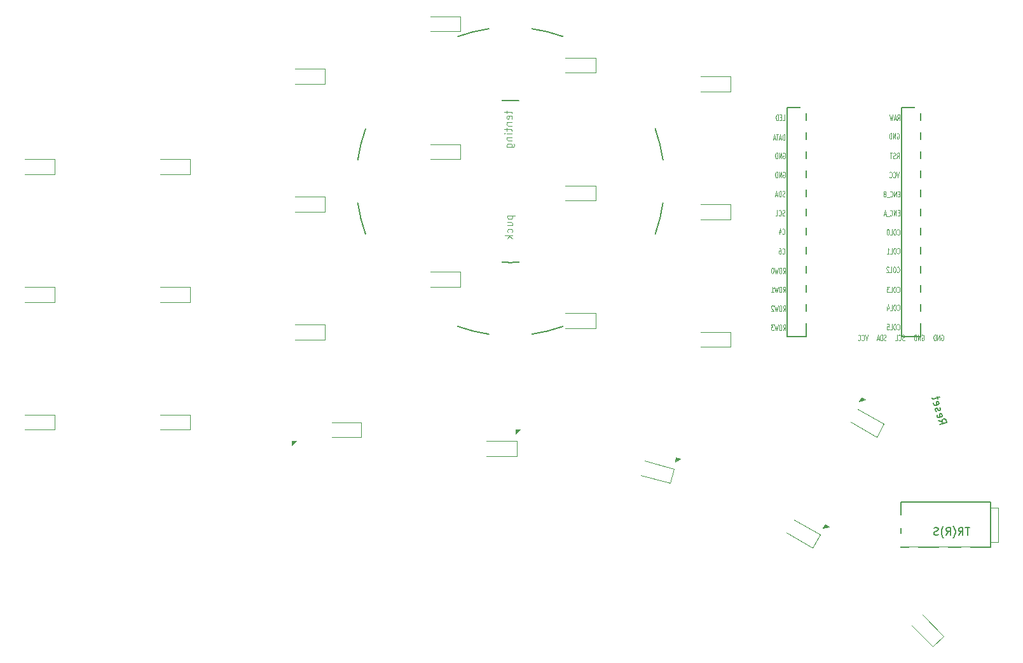
<source format=gbr>
%TF.GenerationSoftware,KiCad,Pcbnew,(5.1.10-1-10_14)*%
%TF.CreationDate,2021-09-20T15:17:19-07:00*%
%TF.ProjectId,redwood,72656477-6f6f-4642-9e6b-696361645f70,rev?*%
%TF.SameCoordinates,Original*%
%TF.FileFunction,Legend,Bot*%
%TF.FilePolarity,Positive*%
%FSLAX46Y46*%
G04 Gerber Fmt 4.6, Leading zero omitted, Abs format (unit mm)*
G04 Created by KiCad (PCBNEW (5.1.10-1-10_14)) date 2021-09-20 15:17:19*
%MOMM*%
%LPD*%
G01*
G04 APERTURE LIST*
%ADD10C,0.120000*%
%ADD11C,0.100000*%
%ADD12C,0.150000*%
%ADD13C,0.200000*%
%ADD14C,0.125000*%
%ADD15R,0.900000X1.200000*%
%ADD16C,0.800000*%
%ADD17C,2.000000*%
%ADD18R,3.200000X2.000000*%
%ADD19R,2.000000X2.000000*%
%ADD20C,1.700000*%
%ADD21C,3.400000*%
%ADD22R,1.700000X0.820000*%
%ADD23R,1.700000X1.700000*%
%ADD24O,1.700000X1.700000*%
%ADD25C,5.000000*%
%ADD26C,1.524000*%
%ADD27C,1.200000*%
%ADD28C,2.100000*%
%ADD29C,1.750000*%
%ADD30O,2.500000X1.700000*%
%ADD31C,4.400000*%
G04 APERTURE END LIST*
D10*
%TO.C,D6*%
X143150000Y-116000000D02*
X143150000Y-114000000D01*
X143150000Y-116000000D02*
X139250000Y-116000000D01*
X143150000Y-114000000D02*
X139250000Y-114000000D01*
%TO.C,K24*%
X219276922Y-143878076D02*
X216448495Y-141049649D01*
X220691136Y-142463862D02*
X217862709Y-139635435D01*
X219276922Y-143878076D02*
X220691136Y-142463862D01*
%TO.C,K23*%
X203263436Y-130693831D02*
X199799334Y-128693831D01*
X204263436Y-128961781D02*
X200799334Y-126961781D01*
X203263436Y-130693831D02*
X204263436Y-128961781D01*
%TO.C,K22*%
X184285793Y-122114151D02*
X180422089Y-121078874D01*
X184803431Y-120182299D02*
X180939727Y-119147023D01*
X184285793Y-122114151D02*
X184803431Y-120182299D01*
%TO.C,K21*%
X163850000Y-118500000D02*
X159850000Y-118500000D01*
X163850000Y-116500000D02*
X159850000Y-116500000D01*
X163850000Y-118500000D02*
X163850000Y-116500000D01*
%TO.C,K19*%
X211763436Y-115971399D02*
X208299334Y-113971399D01*
X212763436Y-114239349D02*
X209299334Y-112239349D01*
X211763436Y-115971399D02*
X212763436Y-114239349D01*
%TO.C,K18*%
X192350000Y-104000000D02*
X188350000Y-104000000D01*
X192350000Y-102000000D02*
X188350000Y-102000000D01*
X192350000Y-104000000D02*
X192350000Y-102000000D01*
%TO.C,K17*%
X174350000Y-101500000D02*
X170350000Y-101500000D01*
X174350000Y-99500000D02*
X170350000Y-99500000D01*
X174350000Y-101500000D02*
X174350000Y-99500000D01*
%TO.C,K16*%
X156350000Y-96000000D02*
X152350000Y-96000000D01*
X156350000Y-94000000D02*
X152350000Y-94000000D01*
X156350000Y-96000000D02*
X156350000Y-94000000D01*
%TO.C,K15*%
X138350000Y-103000000D02*
X134350000Y-103000000D01*
X138350000Y-101000000D02*
X134350000Y-101000000D01*
X138350000Y-103000000D02*
X138350000Y-101000000D01*
%TO.C,K14*%
X120350000Y-115000000D02*
X116350000Y-115000000D01*
X120350000Y-113000000D02*
X116350000Y-113000000D01*
X120350000Y-115000000D02*
X120350000Y-113000000D01*
%TO.C,K13*%
X102350000Y-115000000D02*
X98350000Y-115000000D01*
X102350000Y-113000000D02*
X98350000Y-113000000D01*
X102350000Y-115000000D02*
X102350000Y-113000000D01*
%TO.C,K12*%
X192350000Y-87000000D02*
X188350000Y-87000000D01*
X192350000Y-85000000D02*
X188350000Y-85000000D01*
X192350000Y-87000000D02*
X192350000Y-85000000D01*
%TO.C,K11*%
X174350000Y-84500000D02*
X170350000Y-84500000D01*
X174350000Y-82500000D02*
X170350000Y-82500000D01*
X174350000Y-84500000D02*
X174350000Y-82500000D01*
%TO.C,K10*%
X156350000Y-79000000D02*
X152350000Y-79000000D01*
X156350000Y-77000000D02*
X152350000Y-77000000D01*
X156350000Y-79000000D02*
X156350000Y-77000000D01*
%TO.C,K9*%
X138350000Y-86000000D02*
X134350000Y-86000000D01*
X138350000Y-84000000D02*
X134350000Y-84000000D01*
X138350000Y-86000000D02*
X138350000Y-84000000D01*
%TO.C,K8*%
X120350000Y-98000000D02*
X116350000Y-98000000D01*
X120350000Y-96000000D02*
X116350000Y-96000000D01*
X120350000Y-98000000D02*
X120350000Y-96000000D01*
%TO.C,K7*%
X102350000Y-98000000D02*
X98350000Y-98000000D01*
X102350000Y-96000000D02*
X98350000Y-96000000D01*
X102350000Y-98000000D02*
X102350000Y-96000000D01*
%TO.C,K6*%
X192350000Y-70000000D02*
X188350000Y-70000000D01*
X192350000Y-68000000D02*
X188350000Y-68000000D01*
X192350000Y-70000000D02*
X192350000Y-68000000D01*
%TO.C,K5*%
X174350000Y-67500000D02*
X170350000Y-67500000D01*
X174350000Y-65500000D02*
X170350000Y-65500000D01*
X174350000Y-67500000D02*
X174350000Y-65500000D01*
%TO.C,K4*%
X156350000Y-62000000D02*
X152350000Y-62000000D01*
X156350000Y-60000000D02*
X152350000Y-60000000D01*
X156350000Y-62000000D02*
X156350000Y-60000000D01*
%TO.C,K3*%
X138350000Y-69000000D02*
X134350000Y-69000000D01*
X138350000Y-67000000D02*
X134350000Y-67000000D01*
X138350000Y-69000000D02*
X138350000Y-67000000D01*
%TO.C,K2*%
X120350000Y-81000000D02*
X116350000Y-81000000D01*
X120350000Y-79000000D02*
X116350000Y-79000000D01*
X120350000Y-81000000D02*
X120350000Y-79000000D01*
%TO.C,K1*%
X102350000Y-81000000D02*
X98350000Y-81000000D01*
X102350000Y-79000000D02*
X98350000Y-79000000D01*
X102350000Y-81000000D02*
X102350000Y-79000000D01*
D11*
%TO.C,D5*%
G36*
X133930000Y-117110000D02*
G01*
X133930000Y-116510000D01*
X134530000Y-116510000D01*
X133930000Y-117110000D01*
G37*
X133930000Y-117110000D02*
X133930000Y-116510000D01*
X134530000Y-116510000D01*
X133930000Y-117110000D01*
%TO.C,D4*%
G36*
X163686067Y-115577196D02*
G01*
X163686067Y-114977196D01*
X164286067Y-114977196D01*
X163686067Y-115577196D01*
G37*
X163686067Y-115577196D02*
X163686067Y-114977196D01*
X164286067Y-114977196D01*
X163686067Y-115577196D01*
%TO.C,D3*%
G36*
X184921070Y-119294021D02*
G01*
X185076361Y-118714465D01*
X185655917Y-118869756D01*
X184921070Y-119294021D01*
G37*
X184921070Y-119294021D02*
X185076361Y-118714465D01*
X185655917Y-118869756D01*
X184921070Y-119294021D01*
%TO.C,D2*%
G36*
X204604674Y-128119930D02*
G01*
X204904674Y-127600315D01*
X205424289Y-127900315D01*
X204604674Y-128119930D01*
G37*
X204604674Y-128119930D02*
X204904674Y-127600315D01*
X205424289Y-127900315D01*
X204604674Y-128119930D01*
%TO.C,D1*%
G36*
X209426712Y-111244449D02*
G01*
X209726712Y-110724834D01*
X210246327Y-111024834D01*
X209426712Y-111244449D01*
G37*
X209426712Y-111244449D02*
X209726712Y-110724834D01*
X210246327Y-111024834D01*
X209426712Y-111244449D01*
D12*
%TO.C,U1*%
X199840000Y-102632000D02*
X199840000Y-72152000D01*
X202380000Y-102632000D02*
X199840000Y-102632000D01*
X202380000Y-72152000D02*
X202380000Y-102632000D01*
X199840000Y-72152000D02*
X202380000Y-72152000D01*
X215080000Y-102632000D02*
X215080000Y-72152000D01*
X217620000Y-102632000D02*
X215080000Y-102632000D01*
X217620000Y-72152000D02*
X217620000Y-102632000D01*
X215080000Y-72152000D02*
X217620000Y-72152000D01*
%TO.C,J2*%
X214980000Y-124610000D02*
X226980000Y-124610000D01*
X214980000Y-130610000D02*
X214980000Y-124610000D01*
X226980000Y-130610000D02*
X214980000Y-130610000D01*
X226980000Y-124610000D02*
X226980000Y-130610000D01*
D10*
X226980000Y-125360000D02*
X227980000Y-125360000D01*
X227980000Y-125360000D02*
X227980000Y-129960000D01*
X227980000Y-129960000D02*
X226980000Y-129960000D01*
D13*
%TO.C,H1*%
X161881615Y-92695864D02*
G75*
G03*
X163010000Y-92755000I1128385J10735864D01*
G01*
X161881615Y-71224136D02*
G75*
G02*
X163010000Y-71165000I1128385J-10735864D01*
G01*
X164138385Y-71224136D02*
G75*
G03*
X163010000Y-71165000I-1128385J-10735864D01*
G01*
X164138385Y-92695864D02*
G75*
G02*
X163010000Y-92755000I-1128385J10735864D01*
G01*
X143723865Y-74951956D02*
G75*
G03*
X142690000Y-79102500I19286135J-7008044D01*
G01*
X143723865Y-88968046D02*
G75*
G02*
X142690000Y-84817500I19286135J7008046D01*
G01*
X156001955Y-101246135D02*
G75*
G03*
X160152500Y-102280000I7008045J19286135D01*
G01*
X170018045Y-101246135D02*
G75*
G02*
X165867500Y-102280000I-7008045J19286135D01*
G01*
X182296134Y-88968048D02*
G75*
G03*
X183330000Y-84817500I-19286134J7008048D01*
G01*
X182296134Y-74951952D02*
G75*
G02*
X183330000Y-79102500I-19286134J-7008048D01*
G01*
X170018049Y-62673867D02*
G75*
G03*
X165867500Y-61640000I-7008049J-19286133D01*
G01*
X156001954Y-62673865D02*
G75*
G02*
X160152500Y-61640000I7008046J-19286135D01*
G01*
%TO.C,J1*%
D14*
X220405952Y-102405000D02*
X220453571Y-102369285D01*
X220525000Y-102369285D01*
X220596428Y-102405000D01*
X220644047Y-102476428D01*
X220667857Y-102547857D01*
X220691666Y-102690714D01*
X220691666Y-102797857D01*
X220667857Y-102940714D01*
X220644047Y-103012142D01*
X220596428Y-103083571D01*
X220525000Y-103119285D01*
X220477380Y-103119285D01*
X220405952Y-103083571D01*
X220382142Y-103047857D01*
X220382142Y-102797857D01*
X220477380Y-102797857D01*
X220167857Y-103119285D02*
X220167857Y-102369285D01*
X219882142Y-103119285D01*
X219882142Y-102369285D01*
X219644047Y-103119285D02*
X219644047Y-102369285D01*
X219525000Y-102369285D01*
X219453571Y-102405000D01*
X219405952Y-102476428D01*
X219382142Y-102547857D01*
X219358333Y-102690714D01*
X219358333Y-102797857D01*
X219382142Y-102940714D01*
X219405952Y-103012142D01*
X219453571Y-103083571D01*
X219525000Y-103119285D01*
X219644047Y-103119285D01*
X217803570Y-102405000D02*
X217851189Y-102369285D01*
X217922618Y-102369285D01*
X217994046Y-102405000D01*
X218041665Y-102476428D01*
X218065475Y-102547857D01*
X218089284Y-102690714D01*
X218089284Y-102797857D01*
X218065475Y-102940714D01*
X218041665Y-103012142D01*
X217994046Y-103083571D01*
X217922618Y-103119285D01*
X217874998Y-103119285D01*
X217803570Y-103083571D01*
X217779760Y-103047857D01*
X217779760Y-102797857D01*
X217874998Y-102797857D01*
X217565475Y-103119285D02*
X217565475Y-102369285D01*
X217279760Y-103119285D01*
X217279760Y-102369285D01*
X217041665Y-103119285D02*
X217041665Y-102369285D01*
X216922618Y-102369285D01*
X216851189Y-102405000D01*
X216803570Y-102476428D01*
X216779760Y-102547857D01*
X216755951Y-102690714D01*
X216755951Y-102797857D01*
X216779760Y-102940714D01*
X216803570Y-103012142D01*
X216851189Y-103083571D01*
X216922618Y-103119285D01*
X217041665Y-103119285D01*
X215486904Y-103083571D02*
X215415475Y-103119285D01*
X215296427Y-103119285D01*
X215248808Y-103083571D01*
X215224999Y-103047857D01*
X215201189Y-102976428D01*
X215201189Y-102905000D01*
X215224999Y-102833571D01*
X215248808Y-102797857D01*
X215296427Y-102762142D01*
X215391666Y-102726428D01*
X215439285Y-102690714D01*
X215463094Y-102655000D01*
X215486904Y-102583571D01*
X215486904Y-102512142D01*
X215463094Y-102440714D01*
X215439285Y-102405000D01*
X215391666Y-102369285D01*
X215272618Y-102369285D01*
X215201189Y-102405000D01*
X214701189Y-103047857D02*
X214724999Y-103083571D01*
X214796427Y-103119285D01*
X214844046Y-103119285D01*
X214915475Y-103083571D01*
X214963094Y-103012142D01*
X214986904Y-102940714D01*
X215010713Y-102797857D01*
X215010713Y-102690714D01*
X214986904Y-102547857D01*
X214963094Y-102476428D01*
X214915475Y-102405000D01*
X214844046Y-102369285D01*
X214796427Y-102369285D01*
X214724999Y-102405000D01*
X214701189Y-102440714D01*
X214248808Y-103119285D02*
X214486904Y-103119285D01*
X214486904Y-102369285D01*
X213027380Y-103083571D02*
X212955952Y-103119285D01*
X212836904Y-103119285D01*
X212789285Y-103083571D01*
X212765476Y-103047857D01*
X212741666Y-102976428D01*
X212741666Y-102905000D01*
X212765476Y-102833571D01*
X212789285Y-102797857D01*
X212836904Y-102762142D01*
X212932142Y-102726428D01*
X212979761Y-102690714D01*
X213003571Y-102655000D01*
X213027380Y-102583571D01*
X213027380Y-102512142D01*
X213003571Y-102440714D01*
X212979761Y-102405000D01*
X212932142Y-102369285D01*
X212813095Y-102369285D01*
X212741666Y-102405000D01*
X212527380Y-103119285D02*
X212527380Y-102369285D01*
X212408333Y-102369285D01*
X212336904Y-102405000D01*
X212289285Y-102476428D01*
X212265476Y-102547857D01*
X212241666Y-102690714D01*
X212241666Y-102797857D01*
X212265476Y-102940714D01*
X212289285Y-103012142D01*
X212336904Y-103083571D01*
X212408333Y-103119285D01*
X212527380Y-103119285D01*
X212051190Y-102905000D02*
X211813095Y-102905000D01*
X212098809Y-103119285D02*
X211932142Y-102369285D01*
X211765476Y-103119285D01*
X210591666Y-102369285D02*
X210425000Y-103119285D01*
X210258333Y-102369285D01*
X209805952Y-103047857D02*
X209829761Y-103083571D01*
X209901190Y-103119285D01*
X209948809Y-103119285D01*
X210020238Y-103083571D01*
X210067857Y-103012142D01*
X210091666Y-102940714D01*
X210115476Y-102797857D01*
X210115476Y-102690714D01*
X210091666Y-102547857D01*
X210067857Y-102476428D01*
X210020238Y-102405000D01*
X209948809Y-102369285D01*
X209901190Y-102369285D01*
X209829761Y-102405000D01*
X209805952Y-102440714D01*
X209305952Y-103047857D02*
X209329761Y-103083571D01*
X209401190Y-103119285D01*
X209448809Y-103119285D01*
X209520238Y-103083571D01*
X209567857Y-103012142D01*
X209591666Y-102940714D01*
X209615476Y-102797857D01*
X209615476Y-102690714D01*
X209591666Y-102547857D01*
X209567857Y-102476428D01*
X209520238Y-102405000D01*
X209448809Y-102369285D01*
X209401190Y-102369285D01*
X209329761Y-102405000D01*
X209305952Y-102440714D01*
%TO.C,U1*%
D12*
D14*
X199233333Y-91533357D02*
X199257142Y-91569071D01*
X199328571Y-91604785D01*
X199376190Y-91604785D01*
X199447619Y-91569071D01*
X199495238Y-91497642D01*
X199519047Y-91426214D01*
X199542857Y-91283357D01*
X199542857Y-91176214D01*
X199519047Y-91033357D01*
X199495238Y-90961928D01*
X199447619Y-90890500D01*
X199376190Y-90854785D01*
X199328571Y-90854785D01*
X199257142Y-90890500D01*
X199233333Y-90926214D01*
X198804761Y-90854785D02*
X198900000Y-90854785D01*
X198947619Y-90890500D01*
X198971428Y-90926214D01*
X199019047Y-91033357D01*
X199042857Y-91176214D01*
X199042857Y-91461928D01*
X199019047Y-91533357D01*
X198995238Y-91569071D01*
X198947619Y-91604785D01*
X198852380Y-91604785D01*
X198804761Y-91569071D01*
X198780952Y-91533357D01*
X198757142Y-91461928D01*
X198757142Y-91283357D01*
X198780952Y-91211928D01*
X198804761Y-91176214D01*
X198852380Y-91140500D01*
X198947619Y-91140500D01*
X198995238Y-91176214D01*
X199019047Y-91211928D01*
X199042857Y-91283357D01*
X214497619Y-94009857D02*
X214521428Y-94045571D01*
X214592857Y-94081285D01*
X214640476Y-94081285D01*
X214711904Y-94045571D01*
X214759523Y-93974142D01*
X214783333Y-93902714D01*
X214807142Y-93759857D01*
X214807142Y-93652714D01*
X214783333Y-93509857D01*
X214759523Y-93438428D01*
X214711904Y-93367000D01*
X214640476Y-93331285D01*
X214592857Y-93331285D01*
X214521428Y-93367000D01*
X214497619Y-93402714D01*
X214188095Y-93331285D02*
X214092857Y-93331285D01*
X214045238Y-93367000D01*
X213997619Y-93438428D01*
X213973809Y-93581285D01*
X213973809Y-93831285D01*
X213997619Y-93974142D01*
X214045238Y-94045571D01*
X214092857Y-94081285D01*
X214188095Y-94081285D01*
X214235714Y-94045571D01*
X214283333Y-93974142D01*
X214307142Y-93831285D01*
X214307142Y-93581285D01*
X214283333Y-93438428D01*
X214235714Y-93367000D01*
X214188095Y-93331285D01*
X213521428Y-94081285D02*
X213759523Y-94081285D01*
X213759523Y-93331285D01*
X213378571Y-93402714D02*
X213354761Y-93367000D01*
X213307142Y-93331285D01*
X213188095Y-93331285D01*
X213140476Y-93367000D01*
X213116666Y-93402714D01*
X213092857Y-93474142D01*
X213092857Y-93545571D01*
X213116666Y-93652714D01*
X213402380Y-94081285D01*
X213092857Y-94081285D01*
X199330952Y-94208285D02*
X199497619Y-93851142D01*
X199616666Y-94208285D02*
X199616666Y-93458285D01*
X199426190Y-93458285D01*
X199378571Y-93494000D01*
X199354761Y-93529714D01*
X199330952Y-93601142D01*
X199330952Y-93708285D01*
X199354761Y-93779714D01*
X199378571Y-93815428D01*
X199426190Y-93851142D01*
X199616666Y-93851142D01*
X199021428Y-93458285D02*
X198926190Y-93458285D01*
X198878571Y-93494000D01*
X198830952Y-93565428D01*
X198807142Y-93708285D01*
X198807142Y-93958285D01*
X198830952Y-94101142D01*
X198878571Y-94172571D01*
X198926190Y-94208285D01*
X199021428Y-94208285D01*
X199069047Y-94172571D01*
X199116666Y-94101142D01*
X199140476Y-93958285D01*
X199140476Y-93708285D01*
X199116666Y-93565428D01*
X199069047Y-93494000D01*
X199021428Y-93458285D01*
X198640476Y-93458285D02*
X198521428Y-94208285D01*
X198426190Y-93672571D01*
X198330952Y-94208285D01*
X198211904Y-93458285D01*
X197926190Y-93458285D02*
X197878571Y-93458285D01*
X197830952Y-93494000D01*
X197807142Y-93529714D01*
X197783333Y-93601142D01*
X197759523Y-93744000D01*
X197759523Y-93922571D01*
X197783333Y-94065428D01*
X197807142Y-94136857D01*
X197830952Y-94172571D01*
X197878571Y-94208285D01*
X197926190Y-94208285D01*
X197973809Y-94172571D01*
X197997619Y-94136857D01*
X198021428Y-94065428D01*
X198045238Y-93922571D01*
X198045238Y-93744000D01*
X198021428Y-93601142D01*
X197997619Y-93529714D01*
X197973809Y-93494000D01*
X197926190Y-93458285D01*
X214547619Y-96647857D02*
X214571428Y-96683571D01*
X214642857Y-96719285D01*
X214690476Y-96719285D01*
X214761904Y-96683571D01*
X214809523Y-96612142D01*
X214833333Y-96540714D01*
X214857142Y-96397857D01*
X214857142Y-96290714D01*
X214833333Y-96147857D01*
X214809523Y-96076428D01*
X214761904Y-96005000D01*
X214690476Y-95969285D01*
X214642857Y-95969285D01*
X214571428Y-96005000D01*
X214547619Y-96040714D01*
X214238095Y-95969285D02*
X214142857Y-95969285D01*
X214095238Y-96005000D01*
X214047619Y-96076428D01*
X214023809Y-96219285D01*
X214023809Y-96469285D01*
X214047619Y-96612142D01*
X214095238Y-96683571D01*
X214142857Y-96719285D01*
X214238095Y-96719285D01*
X214285714Y-96683571D01*
X214333333Y-96612142D01*
X214357142Y-96469285D01*
X214357142Y-96219285D01*
X214333333Y-96076428D01*
X214285714Y-96005000D01*
X214238095Y-95969285D01*
X213571428Y-96719285D02*
X213809523Y-96719285D01*
X213809523Y-95969285D01*
X213452380Y-95969285D02*
X213142857Y-95969285D01*
X213309523Y-96255000D01*
X213238095Y-96255000D01*
X213190476Y-96290714D01*
X213166666Y-96326428D01*
X213142857Y-96397857D01*
X213142857Y-96576428D01*
X213166666Y-96647857D01*
X213190476Y-96683571D01*
X213238095Y-96719285D01*
X213380952Y-96719285D01*
X213428571Y-96683571D01*
X213452380Y-96647857D01*
X199330952Y-96719285D02*
X199497619Y-96362142D01*
X199616666Y-96719285D02*
X199616666Y-95969285D01*
X199426190Y-95969285D01*
X199378571Y-96005000D01*
X199354761Y-96040714D01*
X199330952Y-96112142D01*
X199330952Y-96219285D01*
X199354761Y-96290714D01*
X199378571Y-96326428D01*
X199426190Y-96362142D01*
X199616666Y-96362142D01*
X199021428Y-95969285D02*
X198926190Y-95969285D01*
X198878571Y-96005000D01*
X198830952Y-96076428D01*
X198807142Y-96219285D01*
X198807142Y-96469285D01*
X198830952Y-96612142D01*
X198878571Y-96683571D01*
X198926190Y-96719285D01*
X199021428Y-96719285D01*
X199069047Y-96683571D01*
X199116666Y-96612142D01*
X199140476Y-96469285D01*
X199140476Y-96219285D01*
X199116666Y-96076428D01*
X199069047Y-96005000D01*
X199021428Y-95969285D01*
X198640476Y-95969285D02*
X198521428Y-96719285D01*
X198426190Y-96183571D01*
X198330952Y-96719285D01*
X198211904Y-95969285D01*
X197759523Y-96719285D02*
X198045238Y-96719285D01*
X197902380Y-96719285D02*
X197902380Y-95969285D01*
X197950000Y-96076428D01*
X197997619Y-96147857D01*
X198045238Y-96183571D01*
X214547619Y-99026357D02*
X214571428Y-99062071D01*
X214642857Y-99097785D01*
X214690476Y-99097785D01*
X214761904Y-99062071D01*
X214809523Y-98990642D01*
X214833333Y-98919214D01*
X214857142Y-98776357D01*
X214857142Y-98669214D01*
X214833333Y-98526357D01*
X214809523Y-98454928D01*
X214761904Y-98383500D01*
X214690476Y-98347785D01*
X214642857Y-98347785D01*
X214571428Y-98383500D01*
X214547619Y-98419214D01*
X214238095Y-98347785D02*
X214142857Y-98347785D01*
X214095238Y-98383500D01*
X214047619Y-98454928D01*
X214023809Y-98597785D01*
X214023809Y-98847785D01*
X214047619Y-98990642D01*
X214095238Y-99062071D01*
X214142857Y-99097785D01*
X214238095Y-99097785D01*
X214285714Y-99062071D01*
X214333333Y-98990642D01*
X214357142Y-98847785D01*
X214357142Y-98597785D01*
X214333333Y-98454928D01*
X214285714Y-98383500D01*
X214238095Y-98347785D01*
X213571428Y-99097785D02*
X213809523Y-99097785D01*
X213809523Y-98347785D01*
X213190476Y-98597785D02*
X213190476Y-99097785D01*
X213309523Y-98312071D02*
X213428571Y-98847785D01*
X213119047Y-98847785D01*
X199330952Y-99224785D02*
X199497619Y-98867642D01*
X199616666Y-99224785D02*
X199616666Y-98474785D01*
X199426190Y-98474785D01*
X199378571Y-98510500D01*
X199354761Y-98546214D01*
X199330952Y-98617642D01*
X199330952Y-98724785D01*
X199354761Y-98796214D01*
X199378571Y-98831928D01*
X199426190Y-98867642D01*
X199616666Y-98867642D01*
X199021428Y-98474785D02*
X198926190Y-98474785D01*
X198878571Y-98510500D01*
X198830952Y-98581928D01*
X198807142Y-98724785D01*
X198807142Y-98974785D01*
X198830952Y-99117642D01*
X198878571Y-99189071D01*
X198926190Y-99224785D01*
X199021428Y-99224785D01*
X199069047Y-99189071D01*
X199116666Y-99117642D01*
X199140476Y-98974785D01*
X199140476Y-98724785D01*
X199116666Y-98581928D01*
X199069047Y-98510500D01*
X199021428Y-98474785D01*
X198640476Y-98474785D02*
X198521428Y-99224785D01*
X198426190Y-98689071D01*
X198330952Y-99224785D01*
X198211904Y-98474785D01*
X198045238Y-98546214D02*
X198021428Y-98510500D01*
X197973809Y-98474785D01*
X197854761Y-98474785D01*
X197807142Y-98510500D01*
X197783333Y-98546214D01*
X197759523Y-98617642D01*
X197759523Y-98689071D01*
X197783333Y-98796214D01*
X198069047Y-99224785D01*
X197759523Y-99224785D01*
X199330952Y-101764785D02*
X199497619Y-101407642D01*
X199616666Y-101764785D02*
X199616666Y-101014785D01*
X199426190Y-101014785D01*
X199378571Y-101050500D01*
X199354761Y-101086214D01*
X199330952Y-101157642D01*
X199330952Y-101264785D01*
X199354761Y-101336214D01*
X199378571Y-101371928D01*
X199426190Y-101407642D01*
X199616666Y-101407642D01*
X199021428Y-101014785D02*
X198926190Y-101014785D01*
X198878571Y-101050500D01*
X198830952Y-101121928D01*
X198807142Y-101264785D01*
X198807142Y-101514785D01*
X198830952Y-101657642D01*
X198878571Y-101729071D01*
X198926190Y-101764785D01*
X199021428Y-101764785D01*
X199069047Y-101729071D01*
X199116666Y-101657642D01*
X199140476Y-101514785D01*
X199140476Y-101264785D01*
X199116666Y-101121928D01*
X199069047Y-101050500D01*
X199021428Y-101014785D01*
X198640476Y-101014785D02*
X198521428Y-101764785D01*
X198426190Y-101229071D01*
X198330952Y-101764785D01*
X198211904Y-101014785D01*
X198069047Y-101014785D02*
X197759523Y-101014785D01*
X197926190Y-101300500D01*
X197854761Y-101300500D01*
X197807142Y-101336214D01*
X197783333Y-101371928D01*
X197759523Y-101443357D01*
X197759523Y-101621928D01*
X197783333Y-101693357D01*
X197807142Y-101729071D01*
X197854761Y-101764785D01*
X197997619Y-101764785D01*
X198045238Y-101729071D01*
X198069047Y-101693357D01*
X214547619Y-101629857D02*
X214571428Y-101665571D01*
X214642857Y-101701285D01*
X214690476Y-101701285D01*
X214761904Y-101665571D01*
X214809523Y-101594142D01*
X214833333Y-101522714D01*
X214857142Y-101379857D01*
X214857142Y-101272714D01*
X214833333Y-101129857D01*
X214809523Y-101058428D01*
X214761904Y-100987000D01*
X214690476Y-100951285D01*
X214642857Y-100951285D01*
X214571428Y-100987000D01*
X214547619Y-101022714D01*
X214238095Y-100951285D02*
X214142857Y-100951285D01*
X214095238Y-100987000D01*
X214047619Y-101058428D01*
X214023809Y-101201285D01*
X214023809Y-101451285D01*
X214047619Y-101594142D01*
X214095238Y-101665571D01*
X214142857Y-101701285D01*
X214238095Y-101701285D01*
X214285714Y-101665571D01*
X214333333Y-101594142D01*
X214357142Y-101451285D01*
X214357142Y-101201285D01*
X214333333Y-101058428D01*
X214285714Y-100987000D01*
X214238095Y-100951285D01*
X213571428Y-101701285D02*
X213809523Y-101701285D01*
X213809523Y-100951285D01*
X213166666Y-100951285D02*
X213404761Y-100951285D01*
X213428571Y-101308428D01*
X213404761Y-101272714D01*
X213357142Y-101237000D01*
X213238095Y-101237000D01*
X213190476Y-101272714D01*
X213166666Y-101308428D01*
X213142857Y-101379857D01*
X213142857Y-101558428D01*
X213166666Y-101629857D01*
X213190476Y-101665571D01*
X213238095Y-101701285D01*
X213357142Y-101701285D01*
X213404761Y-101665571D01*
X213428571Y-101629857D01*
X214859523Y-83626428D02*
X214692857Y-83626428D01*
X214621428Y-84019285D02*
X214859523Y-84019285D01*
X214859523Y-83269285D01*
X214621428Y-83269285D01*
X214407142Y-84019285D02*
X214407142Y-83269285D01*
X214121428Y-84019285D01*
X214121428Y-83269285D01*
X213597619Y-83947857D02*
X213621428Y-83983571D01*
X213692857Y-84019285D01*
X213740476Y-84019285D01*
X213811904Y-83983571D01*
X213859523Y-83912142D01*
X213883333Y-83840714D01*
X213907142Y-83697857D01*
X213907142Y-83590714D01*
X213883333Y-83447857D01*
X213859523Y-83376428D01*
X213811904Y-83305000D01*
X213740476Y-83269285D01*
X213692857Y-83269285D01*
X213621428Y-83305000D01*
X213597619Y-83340714D01*
X213502380Y-84090714D02*
X213121428Y-84090714D01*
X212835714Y-83626428D02*
X212764285Y-83662142D01*
X212740476Y-83697857D01*
X212716666Y-83769285D01*
X212716666Y-83876428D01*
X212740476Y-83947857D01*
X212764285Y-83983571D01*
X212811904Y-84019285D01*
X213002380Y-84019285D01*
X213002380Y-83269285D01*
X212835714Y-83269285D01*
X212788095Y-83305000D01*
X212764285Y-83340714D01*
X212740476Y-83412142D01*
X212740476Y-83483571D01*
X212764285Y-83555000D01*
X212788095Y-83590714D01*
X212835714Y-83626428D01*
X213002380Y-83626428D01*
X199558142Y-83949071D02*
X199486714Y-83984785D01*
X199367666Y-83984785D01*
X199320047Y-83949071D01*
X199296238Y-83913357D01*
X199272428Y-83841928D01*
X199272428Y-83770500D01*
X199296238Y-83699071D01*
X199320047Y-83663357D01*
X199367666Y-83627642D01*
X199462904Y-83591928D01*
X199510523Y-83556214D01*
X199534333Y-83520500D01*
X199558142Y-83449071D01*
X199558142Y-83377642D01*
X199534333Y-83306214D01*
X199510523Y-83270500D01*
X199462904Y-83234785D01*
X199343857Y-83234785D01*
X199272428Y-83270500D01*
X199058142Y-83984785D02*
X199058142Y-83234785D01*
X198939095Y-83234785D01*
X198867666Y-83270500D01*
X198820047Y-83341928D01*
X198796238Y-83413357D01*
X198772428Y-83556214D01*
X198772428Y-83663357D01*
X198796238Y-83806214D01*
X198820047Y-83877642D01*
X198867666Y-83949071D01*
X198939095Y-83984785D01*
X199058142Y-83984785D01*
X198581952Y-83770500D02*
X198343857Y-83770500D01*
X198629571Y-83984785D02*
X198462904Y-83234785D01*
X198296238Y-83984785D01*
X214823809Y-86131928D02*
X214657142Y-86131928D01*
X214585714Y-86524785D02*
X214823809Y-86524785D01*
X214823809Y-85774785D01*
X214585714Y-85774785D01*
X214371428Y-86524785D02*
X214371428Y-85774785D01*
X214085714Y-86524785D01*
X214085714Y-85774785D01*
X213561904Y-86453357D02*
X213585714Y-86489071D01*
X213657142Y-86524785D01*
X213704761Y-86524785D01*
X213776190Y-86489071D01*
X213823809Y-86417642D01*
X213847619Y-86346214D01*
X213871428Y-86203357D01*
X213871428Y-86096214D01*
X213847619Y-85953357D01*
X213823809Y-85881928D01*
X213776190Y-85810500D01*
X213704761Y-85774785D01*
X213657142Y-85774785D01*
X213585714Y-85810500D01*
X213561904Y-85846214D01*
X213466666Y-86596214D02*
X213085714Y-86596214D01*
X212990476Y-86310500D02*
X212752380Y-86310500D01*
X213038095Y-86524785D02*
X212871428Y-85774785D01*
X212704761Y-86524785D01*
X199546238Y-86489071D02*
X199474809Y-86524785D01*
X199355761Y-86524785D01*
X199308142Y-86489071D01*
X199284333Y-86453357D01*
X199260523Y-86381928D01*
X199260523Y-86310500D01*
X199284333Y-86239071D01*
X199308142Y-86203357D01*
X199355761Y-86167642D01*
X199451000Y-86131928D01*
X199498619Y-86096214D01*
X199522428Y-86060500D01*
X199546238Y-85989071D01*
X199546238Y-85917642D01*
X199522428Y-85846214D01*
X199498619Y-85810500D01*
X199451000Y-85774785D01*
X199331952Y-85774785D01*
X199260523Y-85810500D01*
X198760523Y-86453357D02*
X198784333Y-86489071D01*
X198855761Y-86524785D01*
X198903380Y-86524785D01*
X198974809Y-86489071D01*
X199022428Y-86417642D01*
X199046238Y-86346214D01*
X199070047Y-86203357D01*
X199070047Y-86096214D01*
X199046238Y-85953357D01*
X199022428Y-85881928D01*
X198974809Y-85810500D01*
X198903380Y-85774785D01*
X198855761Y-85774785D01*
X198784333Y-85810500D01*
X198760523Y-85846214D01*
X198308142Y-86524785D02*
X198546238Y-86524785D01*
X198546238Y-85774785D01*
X214547619Y-88997857D02*
X214571428Y-89033571D01*
X214642857Y-89069285D01*
X214690476Y-89069285D01*
X214761904Y-89033571D01*
X214809523Y-88962142D01*
X214833333Y-88890714D01*
X214857142Y-88747857D01*
X214857142Y-88640714D01*
X214833333Y-88497857D01*
X214809523Y-88426428D01*
X214761904Y-88355000D01*
X214690476Y-88319285D01*
X214642857Y-88319285D01*
X214571428Y-88355000D01*
X214547619Y-88390714D01*
X214238095Y-88319285D02*
X214142857Y-88319285D01*
X214095238Y-88355000D01*
X214047619Y-88426428D01*
X214023809Y-88569285D01*
X214023809Y-88819285D01*
X214047619Y-88962142D01*
X214095238Y-89033571D01*
X214142857Y-89069285D01*
X214238095Y-89069285D01*
X214285714Y-89033571D01*
X214333333Y-88962142D01*
X214357142Y-88819285D01*
X214357142Y-88569285D01*
X214333333Y-88426428D01*
X214285714Y-88355000D01*
X214238095Y-88319285D01*
X213571428Y-89069285D02*
X213809523Y-89069285D01*
X213809523Y-88319285D01*
X213309523Y-88319285D02*
X213261904Y-88319285D01*
X213214285Y-88355000D01*
X213190476Y-88390714D01*
X213166666Y-88462142D01*
X213142857Y-88605000D01*
X213142857Y-88783571D01*
X213166666Y-88926428D01*
X213190476Y-88997857D01*
X213214285Y-89033571D01*
X213261904Y-89069285D01*
X213309523Y-89069285D01*
X213357142Y-89033571D01*
X213380952Y-88997857D01*
X213404761Y-88926428D01*
X213428571Y-88783571D01*
X213428571Y-88605000D01*
X213404761Y-88462142D01*
X213380952Y-88390714D01*
X213357142Y-88355000D01*
X213309523Y-88319285D01*
X199233333Y-88929857D02*
X199257142Y-88965571D01*
X199328571Y-89001285D01*
X199376190Y-89001285D01*
X199447619Y-88965571D01*
X199495238Y-88894142D01*
X199519047Y-88822714D01*
X199542857Y-88679857D01*
X199542857Y-88572714D01*
X199519047Y-88429857D01*
X199495238Y-88358428D01*
X199447619Y-88287000D01*
X199376190Y-88251285D01*
X199328571Y-88251285D01*
X199257142Y-88287000D01*
X199233333Y-88322714D01*
X198804761Y-88501285D02*
X198804761Y-89001285D01*
X198923809Y-88215571D02*
X199042857Y-88751285D01*
X198733333Y-88751285D01*
X214547619Y-91497857D02*
X214571428Y-91533571D01*
X214642857Y-91569285D01*
X214690476Y-91569285D01*
X214761904Y-91533571D01*
X214809523Y-91462142D01*
X214833333Y-91390714D01*
X214857142Y-91247857D01*
X214857142Y-91140714D01*
X214833333Y-90997857D01*
X214809523Y-90926428D01*
X214761904Y-90855000D01*
X214690476Y-90819285D01*
X214642857Y-90819285D01*
X214571428Y-90855000D01*
X214547619Y-90890714D01*
X214238095Y-90819285D02*
X214142857Y-90819285D01*
X214095238Y-90855000D01*
X214047619Y-90926428D01*
X214023809Y-91069285D01*
X214023809Y-91319285D01*
X214047619Y-91462142D01*
X214095238Y-91533571D01*
X214142857Y-91569285D01*
X214238095Y-91569285D01*
X214285714Y-91533571D01*
X214333333Y-91462142D01*
X214357142Y-91319285D01*
X214357142Y-91069285D01*
X214333333Y-90926428D01*
X214285714Y-90855000D01*
X214238095Y-90819285D01*
X213571428Y-91569285D02*
X213809523Y-91569285D01*
X213809523Y-90819285D01*
X213142857Y-91569285D02*
X213428571Y-91569285D01*
X213285714Y-91569285D02*
X213285714Y-90819285D01*
X213333333Y-90926428D01*
X213380952Y-90997857D01*
X213428571Y-91033571D01*
X199331952Y-80730500D02*
X199379571Y-80694785D01*
X199451000Y-80694785D01*
X199522428Y-80730500D01*
X199570047Y-80801928D01*
X199593857Y-80873357D01*
X199617666Y-81016214D01*
X199617666Y-81123357D01*
X199593857Y-81266214D01*
X199570047Y-81337642D01*
X199522428Y-81409071D01*
X199451000Y-81444785D01*
X199403380Y-81444785D01*
X199331952Y-81409071D01*
X199308142Y-81373357D01*
X199308142Y-81123357D01*
X199403380Y-81123357D01*
X199093857Y-81444785D02*
X199093857Y-80694785D01*
X198808142Y-81444785D01*
X198808142Y-80694785D01*
X198570047Y-81444785D02*
X198570047Y-80694785D01*
X198451000Y-80694785D01*
X198379571Y-80730500D01*
X198331952Y-80801928D01*
X198308142Y-80873357D01*
X198284333Y-81016214D01*
X198284333Y-81123357D01*
X198308142Y-81266214D01*
X198331952Y-81337642D01*
X198379571Y-81409071D01*
X198451000Y-81444785D01*
X198570047Y-81444785D01*
X214794166Y-80694785D02*
X214627500Y-81444785D01*
X214460833Y-80694785D01*
X214008452Y-81373357D02*
X214032261Y-81409071D01*
X214103690Y-81444785D01*
X214151309Y-81444785D01*
X214222738Y-81409071D01*
X214270357Y-81337642D01*
X214294166Y-81266214D01*
X214317976Y-81123357D01*
X214317976Y-81016214D01*
X214294166Y-80873357D01*
X214270357Y-80801928D01*
X214222738Y-80730500D01*
X214151309Y-80694785D01*
X214103690Y-80694785D01*
X214032261Y-80730500D01*
X214008452Y-80766214D01*
X213508452Y-81373357D02*
X213532261Y-81409071D01*
X213603690Y-81444785D01*
X213651309Y-81444785D01*
X213722738Y-81409071D01*
X213770357Y-81337642D01*
X213794166Y-81266214D01*
X213817976Y-81123357D01*
X213817976Y-81016214D01*
X213794166Y-80873357D01*
X213770357Y-80801928D01*
X213722738Y-80730500D01*
X213651309Y-80694785D01*
X213603690Y-80694785D01*
X213532261Y-80730500D01*
X213508452Y-80766214D01*
X199331952Y-78190500D02*
X199379571Y-78154785D01*
X199451000Y-78154785D01*
X199522428Y-78190500D01*
X199570047Y-78261928D01*
X199593857Y-78333357D01*
X199617666Y-78476214D01*
X199617666Y-78583357D01*
X199593857Y-78726214D01*
X199570047Y-78797642D01*
X199522428Y-78869071D01*
X199451000Y-78904785D01*
X199403380Y-78904785D01*
X199331952Y-78869071D01*
X199308142Y-78833357D01*
X199308142Y-78583357D01*
X199403380Y-78583357D01*
X199093857Y-78904785D02*
X199093857Y-78154785D01*
X198808142Y-78904785D01*
X198808142Y-78154785D01*
X198570047Y-78904785D02*
X198570047Y-78154785D01*
X198451000Y-78154785D01*
X198379571Y-78190500D01*
X198331952Y-78261928D01*
X198308142Y-78333357D01*
X198284333Y-78476214D01*
X198284333Y-78583357D01*
X198308142Y-78726214D01*
X198331952Y-78797642D01*
X198379571Y-78869071D01*
X198451000Y-78904785D01*
X198570047Y-78904785D01*
X214464809Y-78904785D02*
X214631476Y-78547642D01*
X214750523Y-78904785D02*
X214750523Y-78154785D01*
X214560047Y-78154785D01*
X214512428Y-78190500D01*
X214488619Y-78226214D01*
X214464809Y-78297642D01*
X214464809Y-78404785D01*
X214488619Y-78476214D01*
X214512428Y-78511928D01*
X214560047Y-78547642D01*
X214750523Y-78547642D01*
X214274333Y-78869071D02*
X214202904Y-78904785D01*
X214083857Y-78904785D01*
X214036238Y-78869071D01*
X214012428Y-78833357D01*
X213988619Y-78761928D01*
X213988619Y-78690500D01*
X214012428Y-78619071D01*
X214036238Y-78583357D01*
X214083857Y-78547642D01*
X214179095Y-78511928D01*
X214226714Y-78476214D01*
X214250523Y-78440500D01*
X214274333Y-78369071D01*
X214274333Y-78297642D01*
X214250523Y-78226214D01*
X214226714Y-78190500D01*
X214179095Y-78154785D01*
X214060047Y-78154785D01*
X213988619Y-78190500D01*
X213845761Y-78154785D02*
X213560047Y-78154785D01*
X213702904Y-78904785D02*
X213702904Y-78154785D01*
X199550000Y-76469285D02*
X199550000Y-75719285D01*
X199430952Y-75719285D01*
X199359523Y-75755000D01*
X199311904Y-75826428D01*
X199288095Y-75897857D01*
X199264285Y-76040714D01*
X199264285Y-76147857D01*
X199288095Y-76290714D01*
X199311904Y-76362142D01*
X199359523Y-76433571D01*
X199430952Y-76469285D01*
X199550000Y-76469285D01*
X199073809Y-76255000D02*
X198835714Y-76255000D01*
X199121428Y-76469285D02*
X198954761Y-75719285D01*
X198788095Y-76469285D01*
X198692857Y-75719285D02*
X198407142Y-75719285D01*
X198550000Y-76469285D02*
X198550000Y-75719285D01*
X198264285Y-76255000D02*
X198026190Y-76255000D01*
X198311904Y-76469285D02*
X198145238Y-75719285D01*
X197978571Y-76469285D01*
X214508452Y-75587000D02*
X214556071Y-75551285D01*
X214627500Y-75551285D01*
X214698928Y-75587000D01*
X214746547Y-75658428D01*
X214770357Y-75729857D01*
X214794166Y-75872714D01*
X214794166Y-75979857D01*
X214770357Y-76122714D01*
X214746547Y-76194142D01*
X214698928Y-76265571D01*
X214627500Y-76301285D01*
X214579880Y-76301285D01*
X214508452Y-76265571D01*
X214484642Y-76229857D01*
X214484642Y-75979857D01*
X214579880Y-75979857D01*
X214270357Y-76301285D02*
X214270357Y-75551285D01*
X213984642Y-76301285D01*
X213984642Y-75551285D01*
X213746547Y-76301285D02*
X213746547Y-75551285D01*
X213627500Y-75551285D01*
X213556071Y-75587000D01*
X213508452Y-75658428D01*
X213484642Y-75729857D01*
X213460833Y-75872714D01*
X213460833Y-75979857D01*
X213484642Y-76122714D01*
X213508452Y-76194142D01*
X213556071Y-76265571D01*
X213627500Y-76301285D01*
X213746547Y-76301285D01*
X199272428Y-73824785D02*
X199510523Y-73824785D01*
X199510523Y-73074785D01*
X199105761Y-73431928D02*
X198939095Y-73431928D01*
X198867666Y-73824785D02*
X199105761Y-73824785D01*
X199105761Y-73074785D01*
X198867666Y-73074785D01*
X198653380Y-73824785D02*
X198653380Y-73074785D01*
X198534333Y-73074785D01*
X198462904Y-73110500D01*
X198415285Y-73181928D01*
X198391476Y-73253357D01*
X198367666Y-73396214D01*
X198367666Y-73503357D01*
X198391476Y-73646214D01*
X198415285Y-73717642D01*
X198462904Y-73789071D01*
X198534333Y-73824785D01*
X198653380Y-73824785D01*
X214536238Y-73824785D02*
X214702904Y-73467642D01*
X214821952Y-73824785D02*
X214821952Y-73074785D01*
X214631476Y-73074785D01*
X214583857Y-73110500D01*
X214560047Y-73146214D01*
X214536238Y-73217642D01*
X214536238Y-73324785D01*
X214560047Y-73396214D01*
X214583857Y-73431928D01*
X214631476Y-73467642D01*
X214821952Y-73467642D01*
X214345761Y-73610500D02*
X214107666Y-73610500D01*
X214393380Y-73824785D02*
X214226714Y-73074785D01*
X214060047Y-73824785D01*
X213941000Y-73074785D02*
X213821952Y-73824785D01*
X213726714Y-73289071D01*
X213631476Y-73824785D01*
X213512428Y-73074785D01*
%TO.C,SW1*%
D12*
X219994003Y-113777852D02*
X220540240Y-113976581D01*
X220141899Y-114329810D02*
X221107825Y-114070991D01*
X221009227Y-113703019D01*
X220938581Y-113623351D01*
X220880260Y-113589679D01*
X220775943Y-113568332D01*
X220637953Y-113605306D01*
X220558285Y-113675952D01*
X220524613Y-113734274D01*
X220503266Y-113838591D01*
X220601864Y-114206563D01*
X219830479Y-112983588D02*
X219809132Y-113087905D01*
X219858431Y-113271891D01*
X219929077Y-113351560D01*
X220033394Y-113372907D01*
X220401366Y-113274309D01*
X220481034Y-113203663D01*
X220502381Y-113099345D01*
X220453082Y-112915359D01*
X220382437Y-112835691D01*
X220278119Y-112814344D01*
X220186126Y-112838994D01*
X220217380Y-113323608D01*
X219719557Y-112569620D02*
X219648911Y-112489951D01*
X219599612Y-112305965D01*
X219620959Y-112201648D01*
X219700627Y-112131002D01*
X219746623Y-112118677D01*
X219850941Y-112140024D01*
X219921587Y-112219692D01*
X219958561Y-112357682D01*
X220029207Y-112437350D01*
X220133525Y-112458697D01*
X220179521Y-112446372D01*
X220259189Y-112375727D01*
X220280536Y-112271409D01*
X220243562Y-112133419D01*
X220172916Y-112053751D01*
X219399114Y-111373711D02*
X219377767Y-111478029D01*
X219427066Y-111662015D01*
X219497712Y-111741683D01*
X219602029Y-111763030D01*
X219970001Y-111664432D01*
X220049669Y-111593787D01*
X220071016Y-111489469D01*
X220021717Y-111305483D01*
X219951072Y-111225815D01*
X219846754Y-111204468D01*
X219754761Y-111229117D01*
X219786015Y-111713731D01*
X219910795Y-110891515D02*
X219812197Y-110523543D01*
X220195796Y-110667252D02*
X219367860Y-110889097D01*
X219263542Y-110867750D01*
X219192896Y-110788082D01*
X219168247Y-110696089D01*
%TO.C,J2*%
X224168571Y-128002380D02*
X223597142Y-128002380D01*
X223882857Y-129002380D02*
X223882857Y-128002380D01*
X222692380Y-129002380D02*
X223025714Y-128526190D01*
X223263809Y-129002380D02*
X223263809Y-128002380D01*
X222882857Y-128002380D01*
X222787619Y-128050000D01*
X222740000Y-128097619D01*
X222692380Y-128192857D01*
X222692380Y-128335714D01*
X222740000Y-128430952D01*
X222787619Y-128478571D01*
X222882857Y-128526190D01*
X223263809Y-128526190D01*
X221978095Y-129383333D02*
X222025714Y-129335714D01*
X222120952Y-129192857D01*
X222168571Y-129097619D01*
X222216190Y-128954761D01*
X222263809Y-128716666D01*
X222263809Y-128526190D01*
X222216190Y-128288095D01*
X222168571Y-128145238D01*
X222120952Y-128050000D01*
X222025714Y-127907142D01*
X221978095Y-127859523D01*
X221025714Y-129002380D02*
X221359047Y-128526190D01*
X221597142Y-129002380D02*
X221597142Y-128002380D01*
X221216190Y-128002380D01*
X221120952Y-128050000D01*
X221073333Y-128097619D01*
X221025714Y-128192857D01*
X221025714Y-128335714D01*
X221073333Y-128430952D01*
X221120952Y-128478571D01*
X221216190Y-128526190D01*
X221597142Y-128526190D01*
X220692380Y-129383333D02*
X220644761Y-129335714D01*
X220549523Y-129192857D01*
X220501904Y-129097619D01*
X220454285Y-128954761D01*
X220406666Y-128716666D01*
X220406666Y-128526190D01*
X220454285Y-128288095D01*
X220501904Y-128145238D01*
X220549523Y-128050000D01*
X220644761Y-127907142D01*
X220692380Y-127859523D01*
X219978095Y-128954761D02*
X219835238Y-129002380D01*
X219597142Y-129002380D01*
X219501904Y-128954761D01*
X219454285Y-128907142D01*
X219406666Y-128811904D01*
X219406666Y-128716666D01*
X219454285Y-128621428D01*
X219501904Y-128573809D01*
X219597142Y-128526190D01*
X219787619Y-128478571D01*
X219882857Y-128430952D01*
X219930476Y-128383333D01*
X219978095Y-128288095D01*
X219978095Y-128192857D01*
X219930476Y-128097619D01*
X219882857Y-128050000D01*
X219787619Y-128002380D01*
X219549523Y-128002380D01*
X219406666Y-128050000D01*
%TO.C,H1*%
D11*
X162605214Y-86492500D02*
X163605214Y-86492500D01*
X162652833Y-86492500D02*
X162605214Y-86587738D01*
X162605214Y-86778214D01*
X162652833Y-86873452D01*
X162700452Y-86921071D01*
X162795690Y-86968690D01*
X163081404Y-86968690D01*
X163176642Y-86921071D01*
X163224261Y-86873452D01*
X163271880Y-86778214D01*
X163271880Y-86587738D01*
X163224261Y-86492500D01*
X162605214Y-87825833D02*
X163271880Y-87825833D01*
X162605214Y-87397261D02*
X163129023Y-87397261D01*
X163224261Y-87444880D01*
X163271880Y-87540119D01*
X163271880Y-87682976D01*
X163224261Y-87778214D01*
X163176642Y-87825833D01*
X163224261Y-88730595D02*
X163271880Y-88635357D01*
X163271880Y-88444880D01*
X163224261Y-88349642D01*
X163176642Y-88302023D01*
X163081404Y-88254404D01*
X162795690Y-88254404D01*
X162700452Y-88302023D01*
X162652833Y-88349642D01*
X162605214Y-88444880D01*
X162605214Y-88635357D01*
X162652833Y-88730595D01*
X163271880Y-89159166D02*
X162271880Y-89159166D01*
X162890928Y-89254404D02*
X163271880Y-89540119D01*
X162605214Y-89540119D02*
X162986166Y-89159166D01*
X162541714Y-72538500D02*
X162541714Y-72919452D01*
X162208380Y-72681357D02*
X163065523Y-72681357D01*
X163160761Y-72728976D01*
X163208380Y-72824214D01*
X163208380Y-72919452D01*
X163160761Y-73633738D02*
X163208380Y-73538500D01*
X163208380Y-73348023D01*
X163160761Y-73252785D01*
X163065523Y-73205166D01*
X162684571Y-73205166D01*
X162589333Y-73252785D01*
X162541714Y-73348023D01*
X162541714Y-73538500D01*
X162589333Y-73633738D01*
X162684571Y-73681357D01*
X162779809Y-73681357D01*
X162875047Y-73205166D01*
X162541714Y-74109928D02*
X163208380Y-74109928D01*
X162636952Y-74109928D02*
X162589333Y-74157547D01*
X162541714Y-74252785D01*
X162541714Y-74395642D01*
X162589333Y-74490880D01*
X162684571Y-74538500D01*
X163208380Y-74538500D01*
X162541714Y-74871833D02*
X162541714Y-75252785D01*
X162208380Y-75014690D02*
X163065523Y-75014690D01*
X163160761Y-75062309D01*
X163208380Y-75157547D01*
X163208380Y-75252785D01*
X163208380Y-75586119D02*
X162541714Y-75586119D01*
X162208380Y-75586119D02*
X162256000Y-75538500D01*
X162303619Y-75586119D01*
X162256000Y-75633738D01*
X162208380Y-75586119D01*
X162303619Y-75586119D01*
X162541714Y-76062309D02*
X163208380Y-76062309D01*
X162636952Y-76062309D02*
X162589333Y-76109928D01*
X162541714Y-76205166D01*
X162541714Y-76348023D01*
X162589333Y-76443261D01*
X162684571Y-76490880D01*
X163208380Y-76490880D01*
X162541714Y-77395642D02*
X163351238Y-77395642D01*
X163446476Y-77348023D01*
X163494095Y-77300404D01*
X163541714Y-77205166D01*
X163541714Y-77062309D01*
X163494095Y-76967071D01*
X163160761Y-77395642D02*
X163208380Y-77300404D01*
X163208380Y-77109928D01*
X163160761Y-77014690D01*
X163113142Y-76967071D01*
X163017904Y-76919452D01*
X162732190Y-76919452D01*
X162636952Y-76967071D01*
X162589333Y-77014690D01*
X162541714Y-77109928D01*
X162541714Y-77300404D01*
X162589333Y-77395642D01*
%TD*%
%LPC*%
D15*
%TO.C,D6*%
X139250000Y-115000000D03*
X142550000Y-115000000D03*
%TD*%
D16*
%TO.C,K20*%
X133500000Y-121000000D03*
D17*
X129000000Y-126000000D03*
D18*
X136000000Y-117900000D03*
D17*
X129000000Y-121000000D03*
D19*
X143500000Y-126000000D03*
D17*
X143500000Y-121000000D03*
X143500000Y-123500000D03*
X131000000Y-127300000D03*
X136000000Y-129400000D03*
D20*
X130500000Y-123500000D03*
X141500000Y-123500000D03*
D21*
X136000000Y-123500000D03*
%TD*%
D11*
%TO.C,K24*%
G36*
X220231516Y-142569928D02*
G01*
X219382988Y-143418456D01*
X218746592Y-142782060D01*
X219595120Y-141933532D01*
X220231516Y-142569928D01*
G37*
G36*
X217898064Y-140236476D02*
G01*
X217049536Y-141085004D01*
X216413140Y-140448608D01*
X217261668Y-139600080D01*
X217898064Y-140236476D01*
G37*
D17*
X208917808Y-143842720D03*
X210968417Y-148863179D03*
D20*
X211251260Y-140802161D03*
X219029435Y-148580336D03*
D21*
X215140347Y-144691249D03*
%TD*%
D11*
%TO.C,K23*%
G36*
X203846929Y-129183191D02*
G01*
X203246929Y-130222421D01*
X202467507Y-129772421D01*
X203067507Y-128733191D01*
X203846929Y-129183191D01*
G37*
G36*
X200989045Y-127533191D02*
G01*
X200389045Y-128572421D01*
X199609623Y-128122421D01*
X200209623Y-127083191D01*
X200989045Y-127533191D01*
G37*
D17*
X193248149Y-133340817D03*
X196528276Y-137659470D03*
D20*
X194715136Y-129799920D03*
X204241416Y-135299920D03*
D21*
X199478276Y-132549920D03*
%TD*%
D11*
%TO.C,K22*%
G36*
X184458422Y-120503964D02*
G01*
X184147839Y-121663075D01*
X183278506Y-121430138D01*
X183589089Y-120271027D01*
X184458422Y-120503964D01*
G37*
G36*
X181270866Y-119649862D02*
G01*
X180960283Y-120808973D01*
X180090950Y-120576036D01*
X180401533Y-119416925D01*
X181270866Y-119649862D01*
G37*
D17*
X175296859Y-127263089D03*
X179582968Y-130585629D03*
D20*
X175797408Y-123463161D03*
X186422592Y-126310171D03*
D21*
X181110000Y-124886666D03*
%TD*%
D15*
%TO.C,K21*%
X163150000Y-117500000D03*
X159850000Y-117500000D03*
D17*
X156500000Y-125800000D03*
X161500000Y-127900000D03*
D20*
X156000000Y-122000000D03*
X167000000Y-122000000D03*
D21*
X161500000Y-122000000D03*
%TD*%
D11*
%TO.C,K19*%
G36*
X212346929Y-114460759D02*
G01*
X211746929Y-115499989D01*
X210967507Y-115049989D01*
X211567507Y-114010759D01*
X212346929Y-114460759D01*
G37*
G36*
X209489045Y-112810759D02*
G01*
X208889045Y-113849989D01*
X208109623Y-113399989D01*
X208709623Y-112360759D01*
X209489045Y-112810759D01*
G37*
D17*
X201748149Y-118618385D03*
X205028276Y-122937038D03*
D20*
X203215136Y-115077488D03*
X212741416Y-120577488D03*
D21*
X207978276Y-117827488D03*
%TD*%
D15*
%TO.C,K18*%
X191650000Y-103000000D03*
X188350000Y-103000000D03*
D17*
X185000000Y-111300000D03*
X190000000Y-113400000D03*
D20*
X184500000Y-107500000D03*
X195500000Y-107500000D03*
D21*
X190000000Y-107500000D03*
%TD*%
D15*
%TO.C,K17*%
X173650000Y-100500000D03*
X170350000Y-100500000D03*
D17*
X167000000Y-108800000D03*
X172000000Y-110900000D03*
D20*
X166500000Y-105000000D03*
X177500000Y-105000000D03*
D21*
X172000000Y-105000000D03*
%TD*%
D15*
%TO.C,K16*%
X155650000Y-95000000D03*
X152350000Y-95000000D03*
D17*
X149000000Y-103300000D03*
X154000000Y-105400000D03*
D20*
X148500000Y-99500000D03*
X159500000Y-99500000D03*
D21*
X154000000Y-99500000D03*
%TD*%
D15*
%TO.C,K15*%
X137650000Y-102000000D03*
X134350000Y-102000000D03*
D17*
X131000000Y-110300000D03*
X136000000Y-112400000D03*
D20*
X130500000Y-106500000D03*
X141500000Y-106500000D03*
D21*
X136000000Y-106500000D03*
%TD*%
D15*
%TO.C,K14*%
X119650000Y-114000000D03*
X116350000Y-114000000D03*
D17*
X113000000Y-122300000D03*
X118000000Y-124400000D03*
D20*
X112500000Y-118500000D03*
X123500000Y-118500000D03*
D21*
X118000000Y-118500000D03*
%TD*%
D15*
%TO.C,K13*%
X101650000Y-114000000D03*
X98350000Y-114000000D03*
D17*
X95000000Y-122300000D03*
X100000000Y-124400000D03*
D20*
X94500000Y-118500000D03*
X105500000Y-118500000D03*
D21*
X100000000Y-118500000D03*
%TD*%
D15*
%TO.C,K12*%
X191650000Y-86000000D03*
X188350000Y-86000000D03*
D17*
X185000000Y-94300000D03*
X190000000Y-96400000D03*
D20*
X184500000Y-90500000D03*
X195500000Y-90500000D03*
D21*
X190000000Y-90500000D03*
%TD*%
D15*
%TO.C,K11*%
X173650000Y-83500000D03*
X170350000Y-83500000D03*
D17*
X167000000Y-91800000D03*
X172000000Y-93900000D03*
D20*
X166500000Y-88000000D03*
X177500000Y-88000000D03*
D21*
X172000000Y-88000000D03*
%TD*%
D15*
%TO.C,K10*%
X155650000Y-78000000D03*
X152350000Y-78000000D03*
D17*
X149000000Y-86300000D03*
X154000000Y-88400000D03*
D20*
X148500000Y-82500000D03*
X159500000Y-82500000D03*
D21*
X154000000Y-82500000D03*
%TD*%
D15*
%TO.C,K9*%
X137650000Y-85000000D03*
X134350000Y-85000000D03*
D17*
X131000000Y-93300000D03*
X136000000Y-95400000D03*
D20*
X130500000Y-89500000D03*
X141500000Y-89500000D03*
D21*
X136000000Y-89500000D03*
%TD*%
D15*
%TO.C,K8*%
X119650000Y-97000000D03*
X116350000Y-97000000D03*
D17*
X113000000Y-105300000D03*
X118000000Y-107400000D03*
D20*
X112500000Y-101500000D03*
X123500000Y-101500000D03*
D21*
X118000000Y-101500000D03*
%TD*%
D15*
%TO.C,K7*%
X101650000Y-97000000D03*
X98350000Y-97000000D03*
D17*
X95000000Y-105300000D03*
X100000000Y-107400000D03*
D20*
X94500000Y-101500000D03*
X105500000Y-101500000D03*
D21*
X100000000Y-101500000D03*
%TD*%
D15*
%TO.C,K6*%
X191650000Y-69000000D03*
X188350000Y-69000000D03*
D17*
X185000000Y-77300000D03*
X190000000Y-79400000D03*
D20*
X184500000Y-73500000D03*
X195500000Y-73500000D03*
D21*
X190000000Y-73500000D03*
%TD*%
D15*
%TO.C,K5*%
X173650000Y-66500000D03*
X170350000Y-66500000D03*
D17*
X167000000Y-74800000D03*
X172000000Y-76900000D03*
D20*
X166500000Y-71000000D03*
X177500000Y-71000000D03*
D21*
X172000000Y-71000000D03*
%TD*%
D15*
%TO.C,K4*%
X155650000Y-61000000D03*
X152350000Y-61000000D03*
D17*
X149000000Y-69300000D03*
X154000000Y-71400000D03*
D20*
X148500000Y-65500000D03*
X159500000Y-65500000D03*
D21*
X154000000Y-65500000D03*
%TD*%
D15*
%TO.C,K3*%
X137650000Y-68000000D03*
X134350000Y-68000000D03*
D17*
X131000000Y-76300000D03*
X136000000Y-78400000D03*
D20*
X130500000Y-72500000D03*
X141500000Y-72500000D03*
D21*
X136000000Y-72500000D03*
%TD*%
D15*
%TO.C,K2*%
X119650000Y-80000000D03*
X116350000Y-80000000D03*
D17*
X113000000Y-88300000D03*
X118000000Y-90400000D03*
D20*
X112500000Y-84500000D03*
X123500000Y-84500000D03*
D21*
X118000000Y-84500000D03*
%TD*%
D15*
%TO.C,K1*%
X101650000Y-80000000D03*
X98350000Y-80000000D03*
D17*
X95000000Y-88300000D03*
X100000000Y-90400000D03*
D20*
X94500000Y-84500000D03*
X105500000Y-84500000D03*
D21*
X100000000Y-84500000D03*
%TD*%
D22*
%TO.C,D5*%
X129180000Y-114360000D03*
X129180000Y-115860000D03*
X134280000Y-114360000D03*
G36*
G01*
X133430000Y-116065000D02*
X133430000Y-115655000D01*
G75*
G02*
X133635000Y-115450000I205000J0D01*
G01*
X134925000Y-115450000D01*
G75*
G02*
X135130000Y-115655000I0J-205000D01*
G01*
X135130000Y-116065000D01*
G75*
G02*
X134925000Y-116270000I-205000J0D01*
G01*
X133635000Y-116270000D01*
G75*
G02*
X133430000Y-116065000I0J205000D01*
G01*
G37*
%TD*%
%TO.C,D4*%
X158936067Y-112827196D03*
X158936067Y-114327196D03*
X164036067Y-112827196D03*
G36*
G01*
X163186067Y-114532196D02*
X163186067Y-114122196D01*
G75*
G02*
X163391067Y-113917196I205000J0D01*
G01*
X164681067Y-113917196D01*
G75*
G02*
X164886067Y-114122196I0J-205000D01*
G01*
X164886067Y-114532196D01*
G75*
G02*
X164681067Y-114737196I-205000J0D01*
G01*
X163391067Y-114737196D01*
G75*
G02*
X163186067Y-114532196I0J205000D01*
G01*
G37*
%TD*%
D11*
%TO.C,D3*%
G36*
X180117521Y-115584367D02*
G01*
X180329753Y-114792308D01*
X181971827Y-115232301D01*
X181759595Y-116024360D01*
X180117521Y-115584367D01*
G37*
G36*
X179729293Y-117033256D02*
G01*
X179941525Y-116241197D01*
X181583599Y-116681190D01*
X181371367Y-117473249D01*
X179729293Y-117033256D01*
G37*
G36*
X185043743Y-116904344D02*
G01*
X185255975Y-116112285D01*
X186898049Y-116552278D01*
X186685817Y-117344337D01*
X185043743Y-116904344D01*
G37*
G36*
G01*
X184708573Y-118155219D02*
X184814689Y-117759189D01*
G75*
G02*
X185065762Y-117614232I198015J-53058D01*
G01*
X186311806Y-117948108D01*
G75*
G02*
X186456763Y-118199181I-53058J-198015D01*
G01*
X186350647Y-118595211D01*
G75*
G02*
X186099574Y-118740168I-198015J53058D01*
G01*
X184853530Y-118406292D01*
G75*
G02*
X184708573Y-118155219I53058J198015D01*
G01*
G37*
%TD*%
%TO.C,D2*%
G36*
X200924931Y-123293430D02*
G01*
X201334931Y-122583290D01*
X202807175Y-123433290D01*
X202397175Y-124143430D01*
X200924931Y-123293430D01*
G37*
G36*
X200174931Y-124592468D02*
G01*
X200584931Y-123882328D01*
X202057175Y-124732328D01*
X201647175Y-125442468D01*
X200174931Y-124592468D01*
G37*
G36*
X205341661Y-125843430D02*
G01*
X205751661Y-125133290D01*
X207223905Y-125983290D01*
X206813905Y-126693430D01*
X205341661Y-125843430D01*
G37*
G36*
G01*
X204694162Y-126964933D02*
X204899162Y-126609863D01*
G75*
G02*
X205179197Y-126534828I177535J-102500D01*
G01*
X206296369Y-127179828D01*
G75*
G02*
X206371404Y-127459863I-102500J-177535D01*
G01*
X206166404Y-127814933D01*
G75*
G02*
X205886369Y-127889968I-177535J102500D01*
G01*
X204769197Y-127244968D01*
G75*
G02*
X204694162Y-126964933I102500J177535D01*
G01*
G37*
%TD*%
%TO.C,D1*%
G36*
X205746969Y-106417949D02*
G01*
X206156969Y-105707809D01*
X207629213Y-106557809D01*
X207219213Y-107267949D01*
X205746969Y-106417949D01*
G37*
G36*
X204996969Y-107716987D02*
G01*
X205406969Y-107006847D01*
X206879213Y-107856847D01*
X206469213Y-108566987D01*
X204996969Y-107716987D01*
G37*
G36*
X210163699Y-108967949D02*
G01*
X210573699Y-108257809D01*
X212045943Y-109107809D01*
X211635943Y-109817949D01*
X210163699Y-108967949D01*
G37*
G36*
G01*
X209516200Y-110089452D02*
X209721200Y-109734382D01*
G75*
G02*
X210001235Y-109659347I177535J-102500D01*
G01*
X211118407Y-110304347D01*
G75*
G02*
X211193442Y-110584382I-102500J-177535D01*
G01*
X210988442Y-110939452D01*
G75*
G02*
X210708407Y-111014487I-177535J102500D01*
G01*
X209591235Y-110369487D01*
G75*
G02*
X209516200Y-110089452I102500J177535D01*
G01*
G37*
%TD*%
D23*
%TO.C,J1*%
X220055000Y-104550000D03*
D24*
X217515000Y-104550000D03*
X214975000Y-104550000D03*
X212435000Y-104550000D03*
X209895000Y-104550000D03*
D25*
X221725000Y-85200000D03*
%TD*%
D26*
%TO.C,U1*%
X216350000Y-73422000D03*
X216350000Y-75962000D03*
X216350000Y-78502000D03*
X216350000Y-81042000D03*
X216350000Y-83582000D03*
X216350000Y-86122000D03*
X216350000Y-88662000D03*
X216350000Y-91202000D03*
X216350000Y-93742000D03*
X216350000Y-96282000D03*
X216350000Y-98822000D03*
X216350000Y-101362000D03*
X201110000Y-101362000D03*
X201110000Y-98822000D03*
X201110000Y-96282000D03*
X201110000Y-93742000D03*
X201110000Y-91202000D03*
X201110000Y-88662000D03*
X201110000Y-86122000D03*
X201110000Y-83582000D03*
X201110000Y-81042000D03*
X201110000Y-78502000D03*
X201110000Y-75962000D03*
X201110000Y-73422000D03*
X217656400Y-72152000D03*
X217656400Y-74692000D03*
X217656400Y-77232000D03*
X217656400Y-79772000D03*
X217656400Y-82312000D03*
X217656400Y-84852000D03*
X217656400Y-87392000D03*
X217656400Y-89932000D03*
X217656400Y-92472000D03*
X217656400Y-95012000D03*
X217656400Y-97552000D03*
X217656400Y-100092000D03*
X202436400Y-100092000D03*
X202436400Y-97552000D03*
X202436400Y-95012000D03*
X202436400Y-92472000D03*
X202436400Y-89932000D03*
X202436400Y-87392000D03*
X202436400Y-84852000D03*
X202436400Y-82312000D03*
X202436400Y-79772000D03*
X202436400Y-77232000D03*
X202436400Y-74692000D03*
X202436400Y-72152000D03*
%TD*%
D25*
%TO.C,H2*%
X202200000Y-108795000D03*
X221800000Y-119670000D03*
%TD*%
%TO.C,R2*%
G36*
G01*
X220150100Y-78565000D02*
X221049900Y-78565000D01*
G75*
G02*
X221300000Y-78815100I0J-250100D01*
G01*
X221300000Y-79339900D01*
G75*
G02*
X221049900Y-79590000I-250100J0D01*
G01*
X220150100Y-79590000D01*
G75*
G02*
X219900000Y-79339900I0J250100D01*
G01*
X219900000Y-78815100D01*
G75*
G02*
X220150100Y-78565000I250100J0D01*
G01*
G37*
G36*
G01*
X220150100Y-80390000D02*
X221049900Y-80390000D01*
G75*
G02*
X221300000Y-80640100I0J-250100D01*
G01*
X221300000Y-81164900D01*
G75*
G02*
X221049900Y-81415000I-250100J0D01*
G01*
X220150100Y-81415000D01*
G75*
G02*
X219900000Y-81164900I0J250100D01*
G01*
X219900000Y-80640100D01*
G75*
G02*
X220150100Y-80390000I250100J0D01*
G01*
G37*
%TD*%
%TO.C,R1*%
G36*
G01*
X221049900Y-91835000D02*
X220150100Y-91835000D01*
G75*
G02*
X219900000Y-91584900I0J250100D01*
G01*
X219900000Y-91060100D01*
G75*
G02*
X220150100Y-90810000I250100J0D01*
G01*
X221049900Y-90810000D01*
G75*
G02*
X221300000Y-91060100I0J-250100D01*
G01*
X221300000Y-91584900D01*
G75*
G02*
X221049900Y-91835000I-250100J0D01*
G01*
G37*
G36*
G01*
X221049900Y-90010000D02*
X220150100Y-90010000D01*
G75*
G02*
X219900000Y-89759900I0J250100D01*
G01*
X219900000Y-89235100D01*
G75*
G02*
X220150100Y-88985000I250100J0D01*
G01*
X221049900Y-88985000D01*
G75*
G02*
X221300000Y-89235100I0J-250100D01*
G01*
X221300000Y-89759900D01*
G75*
G02*
X221049900Y-90010000I-250100J0D01*
G01*
G37*
%TD*%
D27*
%TO.C,SW1*%
X223541966Y-111400470D03*
D28*
X218386026Y-109158534D03*
D29*
X221050000Y-109480000D03*
X222344095Y-114309629D03*
D28*
X220200347Y-115929674D03*
%TD*%
D30*
%TO.C,J2*%
X215180000Y-127260000D03*
X216680000Y-131460000D03*
X220680000Y-131460000D03*
X223680000Y-131460000D03*
D27*
X218480000Y-129360000D03*
X225480000Y-129360000D03*
D30*
X220680000Y-125510000D03*
X223680000Y-125510000D03*
X215180000Y-129710000D03*
X216680000Y-125510000D03*
D27*
X225480000Y-127610000D03*
X218480000Y-127610000D03*
%TD*%
D31*
%TO.C,H1*%
X143960000Y-81960000D03*
X163010000Y-101010000D03*
X182060000Y-81960000D03*
X163010000Y-62910000D03*
%TD*%
M02*

</source>
